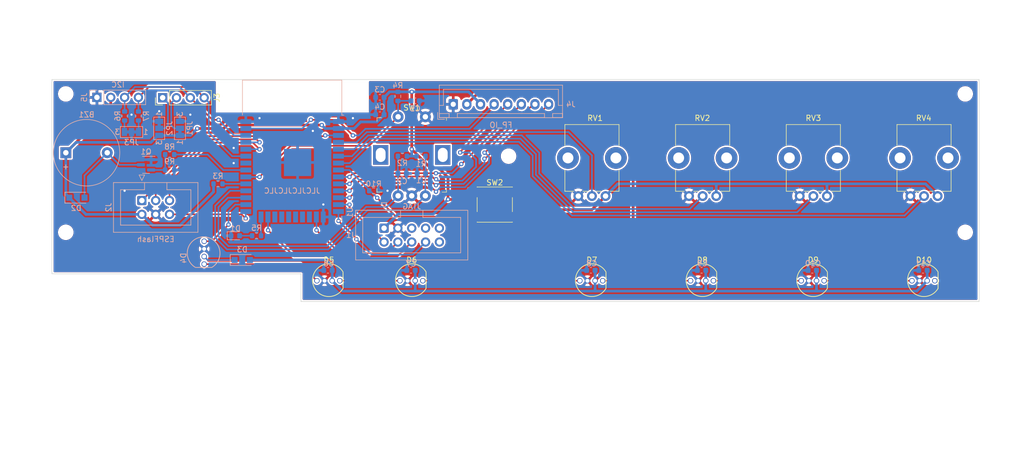
<source format=kicad_pcb>
(kicad_pcb (version 20211014) (generator pcbnew)
  (layers (0 "F.Cu" signal) (31 "B.Cu" signal) (34 "B.Paste" user) (35 "F.Paste" user) (36 "B.SilkS" user "B.Silkscreen") (37 "F.SilkS" user "F.Silkscreen") (38 "B.Mask" user) (39 "F.Mask" user) (44 "Edge.Cuts" user))
  (net 0 "")
  (net 1 "+3V3")
  (net 2 "Net-(BZ1-Pad2)")
  (net 3 "/ENC_B")
  (net 4 "GND")
  (net 5 "/ENC_A")
  (net 6 "/ENC_SW")
  (net 7 "+5V")
  (net 8 "Net-(D1-Pad2)")
  (net 9 "/MTMS")
  (net 10 "/MTCK")
  (net 12 "/MTDO")
  (net 14 "/MTDI")
  (net 17 "/EN")
  (net 18 "/TXD")
  (net 19 "/RXD")
  (net 20 "/IO0")
  (net 21 "/SCL")
  (net 22 "/SDA")
  (net 23 "/MAIN_SCL")
  (net 24 "/MAIN_SDA")
  (net 25 "/LINE_RIGHT")
  (net 26 "/LINE_LEFT")
  (net 27 "/MIC")
  (net 28 "Net-(Q1-Pad2)")
  (net 29 "/IO5")
  (net 30 "/IO2")
  (net 31 "/BUZZER")
  (net 32 "/LED_DATA")
  (net 33 "/SW1")
  (net 34 "/LVL_A")
  (net 35 "/LVL_B")
  (net 36 "/LVL_C")
  (net 37 "/LVL_D")
  (net 45 "Net-(D3-Pad1)")
  (net 46 "Net-(D5-Pad1)")
  (net 47 "Net-(D6-Pad1)")
  (net 48 "Net-(D7-Pad1)")
  (net 49 "Net-(D4-Pad1)")
  (net 50 "Net-(J3-Pad1)")
  (net 51 "Net-(J3-Pad2)")
  (net 52 "Net-(JP3-Pad1)")
  (net 53 "Net-(JP3-Pad3)")
  (net 54 "Net-(D8-Pad1)")
  (net 55 "Net-(D10-Pad4)")
  (footprint "Button_Switch_SMD:SW_Push_1P1T_NO_6x6mm_H9.5mm" (layer "F.Cu") (at 172.72 104.14)
    (fp_text reference "SW2")
    (fp_text value "DNP")
  )
  (footprint "Potentiometer_THT:Potentiometer_Bourns_PTV09A-1_Single_Vertical" (layer "F.Cu") (at 233.696861 102.57 90)
    (fp_text reference "RV3")
    (fp_text value "20K")
  )
  (footprint "SaawLib:Rotary_Encoder_Switched_PEC11R" (layer "F.Cu") (at 151.78 95.02)
    (fp_text reference "SW1")
    (fp_text value "PEC11R-4225F-S0024")
  )
  (footprint "Potentiometer_THT:Potentiometer_Bourns_PTV09A-1_Single_Vertical" (layer "F.Cu") (at 193.056861 102.57 90)
    (fp_text reference "RV1")
    (fp_text value "20K")
  )
  (footprint "MountingHole:MountingHole_2.2mm_M2" (layer "F.Cu") (at 93.98 109.22)
    (fp_text reference "H3" hide)
    (fp_text value "MountingHole")
  )
  (footprint "SaawLib:WS2812D-F5" (layer "F.Cu") (at 142.24 118.11)
    (fp_text reference "D5")
    (fp_text value "WS2812D")
  )
  (footprint "SaawLib:WS2812D-F5" (layer "F.Cu") (at 157.48 118.11)
    (fp_text reference "D6")
    (fp_text value "WS2812D")
  )
  (footprint "Potentiometer_THT:Potentiometer_Bourns_PTV09A-1_Single_Vertical" (layer "F.Cu") (at 213.376861 102.57 90)
    (fp_text reference "RV2")
    (fp_text value "20K")
  )
  (footprint "MountingHole:MountingHole_2.2mm_M2" (layer "F.Cu") (at 259.08 109.22)
    (fp_text reference "H2" hide)
    (fp_text value "MountingHole")
  )
  (footprint "SaawLib:WS2812D-F5" (layer "F.Cu") (at 190.5 118.11)
    (fp_text reference "D7")
    (fp_text value "WS2812D")
  )
  (footprint "Potentiometer_THT:Potentiometer_Bourns_PTV09A-1_Single_Vertical" (layer "F.Cu") (at 254.016861 102.57 90)
    (fp_text reference "RV4")
    (fp_text value "20K")
  )
  (footprint "SaawLib:WS2812D-F5" (layer "F.Cu") (at 210.82 118.11)
    (fp_text reference "D8")
    (fp_text value "WS2812D")
  )
  (footprint "SaawLib:OLED_I2C_1.3" (layer "F.Cu") (at 119.38 84.52 -90)
    (fp_text reference "J3")
    (fp_text value "OLED")
  )
  (footprint "MountingHole:MountingHole_2.2mm_M2" (layer "F.Cu") (at 175.26 95.25)
    (fp_text reference "H1" hide)
    (fp_text value "MountingHole")
  )
  (footprint "MountingHole:MountingHole_2.2mm_M2" (layer "F.Cu") (at 93.98 83.82)
    (fp_text reference "H4" hide)
    (fp_text value "MountingHole")
  )
  (footprint "SaawLib:WS2812D-F5" (layer "F.Cu") (at 251.46 118.11)
    (fp_text reference "D10")
    (fp_text value "WS2812D")
  )
  (footprint "MountingHole:MountingHole_2.2mm_M2" (layer "F.Cu") (at 259.08 83.82)
    (fp_text reference "H5" hide)
    (fp_text value "MountingHole")
  )
  (footprint "SaawLib:WS2812D-F5" (layer "F.Cu") (at 231.14 118.11)
    (fp_text reference "D9")
    (fp_text value "WS2812D")
  )
  (footprint "Resistor_SMD:R_0603_1608Metric" (layer "B.Cu") (at 113.05052 97.79)
    (fp_text reference "R9")
    (fp_text value "10K")
  )
  (footprint "Jumper:SolderJumper-3_P1.3mm_Bridged12_Pad1.0x1.5mm_NumberLabels" (layer "B.Cu") (at 114.935 90.14 90)
    (fp_text reference "JP1")
    (fp_text value "SolderJumper_3_Bridged12")
  )
  (footprint "SaawLib:WS2812D-F5" (layer "B.Cu") (at 119.38 113.03 -90)
    (fp_text reference "D4")
    (fp_text value "WS2812D")
  )
  (footprint "RF_Module:ESP32-WROOM-32" (layer "B.Cu") (at 135.525 97.155 180)
    (fp_text reference "U1")
    (fp_text value "ESP32-WROOM-32D")
  )
  (footprint "Resistor_SMD:R_0603_1608Metric" (layer "B.Cu") (at 113.05052 94.9475 180)
    (fp_text reference "R8")
    (fp_text value "10")
  )
  (footprint "Resistor_SMD:R_0603_1608Metric" (layer "B.Cu") (at 128.998113 109.855 180)
    (fp_text reference "R5")
    (fp_text value "10k")
  )
  (footprint "Package_TO_SOT_SMD:SOT-23" (layer "B.Cu") (at 108.704639 96.832551 180)
    (fp_text reference "Q1")
    (fp_text value "DMN2040U")
  )
  (footprint "Capacitor_SMD:C_0603_1608Metric" (layer "B.Cu") (at 142.1 116.205)
    (fp_text reference "C6")
    (fp_text value "100nF")
  )
  (footprint "Capacitor_SMD:C_0603_1608Metric" (layer "B.Cu") (at 155.715 98.425)
    (fp_text reference "C2")
    (fp_text value "10nF")
  )
  (footprint "Connector_IDC:IDC-Header_2x03_P2.54mm_Vertical" (layer "B.Cu") (at 107.945 103.3875 -90)
    (fp_text reference "J2")
    (fp_text value "ESPFlash")
  )
  (footprint "Capacitor_SMD:C_0603_1608Metric" (layer "B.Cu") (at 190.36 116.205)
    (fp_text reference "C8")
    (fp_text value "100nF")
  )
  (footprint "Resistor_SMD:R_0603_1608Metric" (layer "B.Cu") (at 121.92 100.33 180)
    (fp_text reference "R3")
    (fp_text value "10k")
  )
  (footprint "Resistor_SMD:R_0603_1608Metric" (layer "B.Cu") (at 154.94 84.265 -90)
    (fp_text reference "R4")
    (fp_text value "10K")
  )
  (footprint "Resistor_SMD:R_0603_1608Metric" (layer "B.Cu") (at 155.765 95.25 180)
    (fp_text reference "R2")
    (fp_text value "10K")
  )
  (footprint "Resistor_SMD:R_0603_1608Metric" (layer "B.Cu") (at 104.778835 87.875215 90)
    (fp_text reference "R6")
    (fp_text value "2.7K")
  )
  (footprint "Capacitor_SMD:C_0603_1608Metric" (layer "B.Cu") (at 231 116.205)
    (fp_text reference "C10")
    (fp_text value "100nF")
  )
  (footprint "Capacitor_SMD:C_0603_1608Metric" (layer "B.Cu") (at 210.68 116.205)
    (fp_text reference "C9")
    (fp_text value "100nF")
  )
  (footprint "Connector_IDC:IDC-Header_2x05_P2.54mm_Vertical" (layer "B.Cu") (at 152.4 108.4675 -90)
    (fp_text reference "J1")
    (fp_text value "JTAG")
  )
  (footprint "SaawLib:SolderJumper-3_P1.3mm_Bridged123_Pad1.0x1.5mm_NumberLabels" (layer "B.Cu") (at 106.045 90.805 180)
    (fp_text reference "JP3")
    (fp_text value "SolderJumper_3_Bridged123")
  )
  (footprint "LED_SMD:LED_0603_1608Metric" (layer "B.Cu") (at 125.095 109.855)
    (fp_text reference "D1")
    (fp_text value "LED")
  )
  (footprint "Resistor_SMD:R_0603_1608Metric" (layer "B.Cu") (at 107.318835 87.875215 90)
    (fp_text reference "R7")
    (fp_text value "2.7K")
  )
  (footprint "Jumper:SolderJumper-3_P1.3mm_Bridged12_Pad1.0x1.5mm_NumberLabels" (layer "B.Cu") (at 111.125 90.14 -90)
    (fp_text reference "JP2")
    (fp_text value "SolderJumper_3_Bridged12")
  )
  (footprint "Capacitor_SMD:C_0603_1608Metric" (layer "B.Cu") (at 159.245 98.425 180)
    (fp_text reference "C1")
    (fp_text value "10nF")
  )
  (footprint "Capacitor_SMD:C_0603_1608Metric" (layer "B.Cu") (at 151.625 84.455 180)
    (fp_text reference "C3")
    (fp_text value "10uF")
  )
  (footprint "Resistor_SMD:R_0603_1608Metric" (layer "B.Cu") (at 159.195 95.25)
    (fp_text reference "R1")
    (fp_text value "10K")
  )
  (footprint "Diode_SMD:D_SOD-123F" (layer "B.Cu") (at 96.015 102.87)
    (fp_text reference "D2")
    (fp_text value "D_Small")
  )
  (footprint "Capacitor_SMD:C_0603_1608Metric" (layer "B.Cu") (at 151.625 87.63 180)
    (fp_text reference "C4")
    (fp_text value "100nF")
  )
  (footprint "Connector_JST:JST_XH_B8B-XH-A_1x08_P2.50mm_Vertical" (layer "B.Cu") (at 165.1 85.725)
    (fp_text reference "J4")
    (fp_text value "FP_IO")
  )
  (footprint "Capacitor_SMD:C_0603_1608Metric" (layer "B.Cu") (at 251.32 116.205)
    (fp_text reference "C11")
    (fp_text value "100nF")
  )
  (footprint "Capacitor_SMD:C_0603_1608Metric" (layer "B.Cu") (at 158.115 85.09)
    (fp_text reference "C5")
    (fp_text value "10nF")
  )
  (footprint "Diode_SMD:D_SOD-123F" (layer "B.Cu") (at 126.365 114.3)
    (fp_text reference "D3")
    (fp_text value "D")
  )
  (footprint "Buzzer_Beeper:Buzzer_12x9.5RM7.6" (layer "B.Cu") (at 93.99 94.615)
    (fp_text reference "BZ1")
    (fp_text value "Buzzer")
  )
  (footprint "Connector_PinHeader_2.54mm:PinHeader_1x04_P2.54mm_Vertical" (layer "B.Cu") (at 99.695 84.455 -90)
    (fp_text reference "J5")
    (fp_text value "I2C")
  )
  (footprint "Capacitor_SMD:C_0603_1608Metric" (layer "B.Cu") (at 157.34 116.205)
    (fp_text reference "C7")
    (fp_text value "100nF")
  )
  (footprint "Resistor_SMD:R_0603_1608Metric" (layer "B.Cu") (at 150.495 101.6)
    (fp_text reference "R10")
    (fp_text value "10K")
  )
  (gr_line locked (start 261.62 81.18) (end 91.44 81.18) (layer "Edge.Cuts") (width 0.1))
  (gr_line (start 261.62 81.18) (end 261.62 121.92) (layer "Edge.Cuts") (width 0.1))
  (gr_line locked (start 137.16 121.92) (end 137.16 116.84) (layer "Edge.Cuts") (width 0.1))
  (gr_line locked (start 91.44 81.18) (end 91.44 116.84) (layer "Edge.Cuts") (width 0.1))
  (gr_line locked (start 137.16 116.84) (end 91.44 116.84) (layer "Edge.Cuts") (width 0.1))
  (gr_line locked (start 137.16 121.92) (end 261.62 121.92) (layer "Edge.Cuts") (width 0.1))
  (gr_text "JLCJLCJLCJLC" (at 135.525 101.6) (layer "B.SilkS") (effects (font (size 1 1)) (justify mirror)))
  (segment (start 102.235 86.36) (end 102.235 84.455) (width 0.5) (layer "F.Cu") (net 1))
  (segment (start 93.99 94.615) (end 93.99 94.605) (width 0.5) (layer "F.Cu") (net 1))
  (segment (start 167.440531 103.194469) (end 164.16705 103.194469) (width 0.5) (layer "F.Cu") (net 1))
  (segment (start 168.745 101.89) (end 167.440531 103.194469) (width 0.5) (layer "F.Cu") (net 1))
  (segment (start 162.396949 97.411246) (end 164.143027 99.157324) (width 0.5) (layer "F.Cu") (net 1))
  (segment (start 157.48 93.98) (end 160.911246 97.411246) (width 0.5) (layer "F.Cu") (net 1))
  (segment (start 123.590175 89.534999) (end 140.969999 89.534999) (width 0.5) (layer "F.Cu") (net 1))
  (segment (start 160.911246 97.411246) (end 162.396949 97.411246) (width 0.5) (layer "F.Cu") (net 1))
  (segment (start 157.48 93.98) (end 157.48 83.451645) (width 0.5) (layer "F.Cu") (net 1))
  (segment (start 93.99 94.605) (end 102.235 86.36) (width 0.5) (layer "F.Cu") (net 1))
  (segment (start 118.11 90.17) (end 122.955174 90.17) (width 0.5) (layer "F.Cu") (net 1))
  (segment (start 193.056861 102.57) (end 190.554612 105.072249) (width 0.5) (layer "F.Cu") (net 1))
  (segment (start 179.877249 105.072249) (end 176.695 101.89) (width 0.5) (layer "F.Cu") (net 1))
  (segment (start 122.955174 90.17) (end 123.590175 89.534999) (width 0.5) (layer "F.Cu") (net 1))
  (segment (start 176.695 101.89) (end 168.745 101.89) (width 0.5) (layer "F.Cu") (net 1))
  (segment (start 157.48 83.451645) (end 157.491645 83.44) (width 0.5) (layer "F.Cu") (net 1))
  (segment (start 190.554612 105.072249) (end 179.877249 105.072249) (width 0.5) (layer "F.Cu") (net 1))
  (segment (start 164.16705 103.194469) (end 164.143027 103.170446) (width 0.5) (layer "F.Cu") (net 1))
  (segment (start 164.143027 99.157324) (end 164.143027 103.170446) (width 0.5) (layer "F.Cu") (net 1))
  (via (at 140.969999 89.534999) (size 0.8) (drill 0.4) (layers "F.Cu" "B.Cu") (net 1))
  (via (at 118.11 90.17) (size 0.8) (drill 0.4) (layers "F.Cu" "B.Cu") (net 1))
  (via (at 157.491645 83.44) (size 0.8) (drill 0.4) (layers "F.Cu" "B.Cu") (net 1))
  (via (at 157.48 93.98) (size 0.8) (drill 0.4) (layers "F.Cu" "B.Cu") (net 1))
  (via (at 164.143027 103.170446) (size 0.8) (drill 0.4) (layers "F.Cu" "B.Cu") (net 1))
  (segment (start 167.895 83.44) (end 170.1 85.645) (width 0.5) (layer "B.Cu") (net 1))
  (segment (start 193.056861 102.57) (end 195.296861 100.33) (width 0.5) (layer "B.Cu") (net 1))
  (segment (start 94.615 102.87) (end 93.99 102.245) (width 0.5) (layer "B.Cu") (net 1))
  (segment (start 153.415 83.44) (end 152.4 84.455) (width 0.5) (layer "B.Cu") (net 1))
  (segment (start 93.99 102.245) (end 93.99 94.615) (width 0.5) (layer "B.Cu") (net 1))
  (segment (start 114.935 91.44) (end 116.84 91.44) (width 0.5) (layer "B.Cu") (net 1))
  (segment (start 213.376861 102.57) (end 213.376861 100.346861) (width 0.5) (layer "B.Cu") (net 1))
  (segment (start 251.776861 100.33) (end 254.016861 102.57) (width 0.5) (layer "B.Cu") (net 1))
  (segment (start 195.296861 100.33) (end 251.776861 100.33) (width 0.5) (layer "B.Cu") (net 1))
  (segment (start 152.4 87.666263) (end 151.107818 88.958445) (width 0.5) (layer "B.Cu") (net 1))
  (segment (start 144.025 90.17) (end 141.605 90.17) (width 0.5) (layer "B.Cu") (net 1))
  (segment (start 151.107818 88.958445) (end 148.118277 88.958445) (width 0.5) (layer "B.Cu") (net 1))
  (segment (start 157.48 93.98) (end 157.48 95.25) (width 0.5) (layer "B.Cu") (net 1))
  (segment (start 109.606627 92.71) (end 110.876627 91.44) (width 0.5) (layer "B.Cu") (net 1))
  (segment (start 233.696861 102.57) (end 233.696861 100.346861) (width 0.5) (layer "B.Cu") (net 1))
  (segment (start 109.9675 107.95) (end 107.945 105.9275) (width 0.5) (layer "B.Cu") (net 1))
  (segment (start 148.118277 88.958445) (end 146.906722 90.17) (width 0.5) (layer "B.Cu") (net 1))
  (segment (start 97.6725 105.9275) (end 107.945 105.9275) (width 0.5) (layer "B.Cu") (net 1))
  (segment (start 95.895 92.71) (end 106.045 92.71) (width 0.5) (layer "B.Cu") (net 1))
  (segment (start 157.48 95.25) (end 158.37 95.25) (width 0.5) (layer "B.Cu") (net 1))
  (segment (start 114.935 107.95) (end 109.9675 107.95) (width 0.5) (layer "B.Cu") (net 1))
  (segment (start 156.59 95.25) (end 157.48 95.25) (width 0.5) (layer "B.Cu") (net 1))
  (segment (start 154.94 83.44) (end 153.415 83.44) (width 0.5) (layer "B.Cu") (net 1))
  (segment (start 121.095 101.79) (end 114.935 107.95) (width 0.5) (layer "B.Cu") (net 1))
  (segment (start 213.376861 100.346861) (end 213.36 100.33) (width 0.3) (layer "B.Cu") (net 1))
  (segment (start 152.4 108.4675) (end 155.001062 105.866438) (width 0.5) (layer "B.Cu") (net 1))
  (segment (start 106.045 92.71) (end 109.606627 92.71) (width 0.5) (layer "B.Cu") (net 1))
  (segment (start 110.876627 91.44) (end 111.125 91.44) (width 0.5) (layer "B.Cu") (net 1))
  (segment (start 141.605 90.17) (end 140.969999 89.534999) (width 0.5) (layer "B.Cu") (net 1))
  (segment (start 116.84 91.44) (end 118.11 90.17) (width 0.5) (layer "B.Cu") (net 1))
  (segment (start 93.99 94.615) (end 95.895 92.71) (width 0.5) (layer "B.Cu") (net 1))
  (segment (start 106.045 92.71) (end 106.045 90.805) (width 0.5) (layer "B.Cu") (net 1))
  (segment (start 152.4 84.455) (end 152.4 87.666263) (width 0.5) (layer "B.Cu") (net 1))
  (segment (start 94.615 102.87) (end 97.6725 105.9275) (width 0.5) (layer "B.Cu") (net 1))
  (segment (start 114.935 91.44) (end 111.125 91.44) (width 0.5) (layer "B.Cu") (net 1))
  (segment (start 170.1 85.645) (end 170.1 85.725) (width 0.5) (layer "B.Cu") (net 1))
  (segment (start 146.906722 90.17) (end 144.025 90.17) (width 0.5) (layer "B.Cu") (net 1))
  (segment (start 161.447035 105.866438) (end 164.143027 103.170446) (width 0.5) (layer "B.Cu") (net 1))
  (segment (start 121.095 100.33) (end 121.095 101.79) (width 0.5) (layer "B.Cu") (net 1))
  (segment (start 154.94 83.44) (end 167.895 83.44) (width 0.5) (layer "B.Cu") (net 1))
  (segment (start 155.001062 105.866438) (end 161.447035 105.866438) (width 0.5) (layer "B.Cu") (net 1))
  (segment (start 101.59 94.615) (end 103.807551 96.832551) (width 0.3) (layer "B.Cu") (net 2))
  (segment (start 97.415 102.87) (end 97.415 98.79) (width 0.3) (layer "B.Cu") (net 2))
  (segment (start 97.415 98.79) (end 101.59 94.615) (width 0.3) (layer "B.Cu") (net 2))
  (segment (start 103.807551 96.832551) (end 107.767139 96.832551) (width 0.3) (layer "B.Cu") (net 2))
  (segment (start 123.576675 112.359511) (end 142.172681 112.35951) (width 0.3) (layer "B.Cu") (net 3))
  (segment (start 157.333073 105.166927) (end 159.98 102.52) (width 0.3) (layer "B.Cu") (net 3))
  (segment (start 159.98 98.465) (end 160.02 98.425) (width 0.3) (layer "B.Cu") (net 3))
  (segment (start 121.40771 110.190546) (end 123.576675 112.359511) (width 0.3) (layer "B.Cu") (net 3))
  (segment (start 159.98 102.52) (end 159.98 98.465) (width 0.3) (layer "B.Cu") (net 3))
  (segment (start 149.365264 105.166927) (end 157.333073 105.166927) (width 0.3) (layer "B.Cu") (net 3))
  (segment (start 142.172681 112.35951) (end 149.365264 105.166927) (width 0.3) (layer "B.Cu") (net 3))
  (segment (start 160.02 95.25) (end 160.02 98.425) (width 0.3) (layer "B.Cu") (net 3))
  (segment (start 124.163927 101.6) (end 121.407709 104.356218) (width 0.3) (layer "B.Cu") (net 3))
  (segment (start 121.407709 104.356218) (end 121.40771 110.190546) (width 0.3) (layer "B.Cu") (net 3))
  (segment (start 127.025 101.6) (end 124.163927 101.6) (width 0.3) (layer "B.Cu") (net 3))
  (via (at 129.54 88.265) (size 0.8) (drill 0.4) (layers "F.Cu" "B.Cu") (net 4))
  (via (at 153.035 101.6) (size 0.8) (drill 0.4) (layers "F.Cu" "B.Cu") (net 4))
  (via (at 124.797471 93.740527) (size 0.8) (drill 0.4) (layers "F.Cu" "B.Cu") (net 4))
  (via (at 141.254217 104.113831) (size 0.8) (drill 0.4) (layers "F.Cu" "B.Cu") (net 4))
  (via (at 104.775 101.6) (size 0.8) (drill 0.4) (layers "F.Cu" "B.Cu") (net 4))
  (via (at 111.125 86.995) (size 0.8) (drill 0.4) (layers "F.Cu" "B.Cu") (net 4))
  (via (at 106.045 87.63) (size 0.8) (drill 0.4) (layers "F.Cu" "B.Cu") (net 4))
  (via (at 146.685 88.265) (size 0.8) (drill 0.4) (layers "F.Cu" "B.Cu") (net 4))
  (via (at 124.797471 96.52) (size 0.8) (drill 0.4) (layers "F.Cu" "B.Cu") (net 4))
  (via (at 139.326346 90.612815) (size 0.8) (drill 0.4) (layers "F.Cu" "B.Cu") (net 4))
  (via (at 116.84 87.63) (size 0.8) (drill 0.4) (layers "F.Cu" "B.Cu") (net 4))
  (segment (start 154.98 102.52) (end 152.93549 104.56451) (width 0.3) (layer "B.Cu") (net 5))
  (segment (start 149.119845 104.56451) (end 141.924355 111.76) (width 0.3) (layer "B.Cu") (net 5))
  (segment (start 154.98 102.52) (end 154.98 98.465) (width 0.3) (layer "B.Cu") (net 5))
  (segment (start 141.924355 111.76) (end 123.825 111.76) (width 0.3) (layer "B.Cu") (net 5))
  (segment (start 123.825 111.76) (end 122.00722 109.94222) (width 0.3) (layer "B.Cu") (net 5))
  (segment (start 122.00722 109.94222) (end 122.00722 104.604543) (width 0.3) (layer "B.Cu") (net 5))
  (segment (start 154.98 98.465) (end 154.94 98.425) (width 0.3) (layer "B.Cu") (net 5))
  (segment (start 123.741763 102.87) (end 127.025 102.87) (width 0.3) (layer "B.Cu") (net 5))
  (segment (start 122.00722 104.604543) (end 123.741763 102.87) (width 0.3) (layer "B.Cu") (net 5))
  (segment (start 154.94 95.25) (end 154.94 98.425) (width 0.3) (layer "B.Cu") (net 5))
  (segment (start 152.93549 104.56451) (end 149.119845 104.56451) (width 0.3) (layer "B.Cu") (net 5))
  (segment (start 135.255 93.345) (end 129.54 99.06) (width 0.3) (layer "F.Cu") (net 6))
  (segment (start 149.655 93.345) (end 135.255 93.345) (width 0.3) (layer "F.Cu") (net 6))
  (segment (start 154.98 88.02) (end 149.655 93.345) (width 0.3) (layer "F.Cu") (net 6))
  (via (at 129.54 99.06) (size 0.8) (drill 0.4) (layers "F.Cu" "B.Cu") (net 6))
  (segment (start 129.54 99.06) (end 127.025 99.06) (width 0.3) (layer "B.Cu") (net 6))
  (segment (start 154.98 85.09) (end 154.98 88.02) (width 0.3) (layer "B.Cu") (net 6))
  (segment (start 157.34 85.09) (end 154.94 85.09) (width 0.3) (layer "B.Cu") (net 6))
  (segment (start 167.6 85.725) (end 170.775 82.55) (width 0.5) (layer "F.Cu") (net 7))
  (segment (start 170.775 82.55) (end 190.5 82.55) (width 0.5) (layer "F.Cu") (net 7))
  (segment (start 198.12 90.17) (end 190.5 82.55) (width 0.5) (layer "F.Cu") (net 7))
  (segment (start 191.135 118.11) (end 198.12 111.125) (width 0.5) (layer "F.Cu") (net 7))
  (segment (start 198.12 111.125) (end 198.12 90.17) (width 0.5) (layer "F.Cu") (net 7))
  (segment (start 141.748535 114.3) (end 142.875 115.426465) (width 0.5) (layer "B.Cu") (net 7))
  (segment (start 142.875 118.11) (end 144.78 120.015) (width 0.5) (layer "B.Cu") (net 7))
  (segment (start 158.115 118.11) (end 158.115 116.205) (width 0.5) (layer "B.Cu") (net 7))
  (segment (start 211.455 118.11) (end 211.455 120.015) (width 0.5) (layer "B.Cu") (net 7))
  (segment (start 158.115 120.015) (end 191.135 120.015) (width 0.5) (layer "B.Cu") (net 7))
  (segment (start 231.775 120.015) (end 250.19 120.015) (width 0.5) (layer "B.Cu") (net 7))
  (segment (start 191.135 120.015) (end 211.455 120.015) (width 0.5) (layer "B.Cu") (net 7))
  (segment (start 142.875 118.11) (end 142.875 116.205) (width 0.5) (layer "B.Cu") (net 7))
  (segment (start 191.135 118.11) (end 191.135 116.205) (width 0.5) (layer "B.Cu") (net 7))
  (segment (start 191.135 118.11) (end 191.135 120.015) (width 0.5) (layer "B.Cu") (net 7))
  (segment (start 158.115 118.11) (end 158.115 120.015) (width 0.5) (layer "B.Cu") (net 7))
  (segment (start 144.78 120.015) (end 158.115 120.015) (width 0.5) (layer "B.Cu") (net 7))
  (segment (start 211.455 118.11) (end 211.455 116.205) (width 0.5) (layer "B.Cu") (net 7))
  (segment (start 252.095 118.11) (end 252.095 116.205) (width 0.5) (layer "B.Cu") (net 7))
  (segment (start 142.875 115.426465) (end 142.875 116.205) (width 0.5) (layer "B.Cu") (net 7))
  (segment (start 211.455 120.015) (end 231.775 120.015) (width 0.5) (layer "B.Cu") (net 7))
  (segment (start 250.19 120.015) (end 252.095 118.11) (width 0.5) (layer "B.Cu") (net 7))
  (segment (start 231.775 118.11) (end 231.775 116.205) (width 0.5) (layer "B.Cu") (net 7))
  (segment (start 127.765 114.3) (end 141.748535 114.3) (width 0.5) (layer "B.Cu") (net 7))
  (segment (start 231.775 118.11) (end 231.775 120.015) (width 0.5) (layer "B.Cu") (net 7))
  (segment (start 125.8825 109.855) (end 128.173113 109.855) (width 0.3) (layer "B.Cu") (net 8))
  (segment (start 152.4 111.0075) (end 146.05 104.6575) (width 0.3) (layer "F.Cu") (net 9))
  (segment (start 146.05 104.6575) (end 146.05 104.14) (width 0.3) (layer "F.Cu") (net 9))
  (via (at 146.05 104.14) (size 0.8) (drill 0.4) (layers "F.Cu" "B.Cu") (net 9))
  (segment (start 144.025 104.14) (end 146.05 104.14) (width 0.3) (layer "B.Cu") (net 9))
  (segment (start 154.94 111.0075) (end 152.916615 113.030885) (width 0.3) (layer "F.Cu") (net 10))
  (segment (start 144.194658 113.030885) (end 140.004966 108.841193) (width 0.3) (layer "F.Cu") (net 10))
  (segment (start 152.916615 113.030885) (end 144.194658 113.030885) (width 0.3) (layer "F.Cu") (net 10))
  (via (at 140.004966 108.841193) (size 0.8) (drill 0.4) (layers "F.Cu" "B.Cu") (net 10))
  (segment (start 140.004966 106.444966) (end 139.97 106.41) (width 0.3) (layer "B.Cu") (net 10))
  (segment (start 140.004966 108.841193) (end 140.004966 106.444966) (width 0.3) (layer "B.Cu") (net 10))
  (segment (start 154.857105 113.630395) (end 135.903164 113.630395) (width 0.3) (layer "F.Cu") (net 12))
  (segment (start 135.903164 113.630395) (end 131.103338 108.830569) (width 0.3) (layer "F.Cu") (net 12))
  (segment (start 157.48 111.0075) (end 154.857105 113.630395) (width 0.3) (layer "F.Cu") (net 12))
  (via (at 131.103338 108.830569) (size 0.8) (drill 0.4) (layers "F.Cu" "B.Cu") (net 12))
  (segment (start 131.103338 108.830569) (end 131.103338 106.433338) (width 0.3) (layer "B.Cu") (net 12))
  (segment (start 131.103338 106.433338) (end 131.08 106.41) (width 0.3) (layer "B.Cu") (net 12))
  (segment (start 147.32 110.41398) (end 147.32 110.49) (width 0.3) (layer "F.Cu") (net 14))
  (segment (start 144.045683 107.139663) (end 147.32 110.41398) (width 0.3) (layer "F.Cu") (net 14))
  (via (at 147.32 110.49) (size 0.8) (drill 0.4) (layers "F.Cu" "B.Cu") (net 14))
  (via (at 144.045683 107.139663) (size 0.8) (drill 0.4) (layers "F.Cu" "B.Cu") (net 14))
  (segment (start 160.02 111.0075) (end 157.69492 113.33258) (width 0.3) (layer "B.Cu") (net 14))
  (segment (start 157.69492 113.33258) (end 150.16258 113.33258) (width 0.3) (layer "B.Cu") (net 14))
  (segment (start 144.025 105.41) (end 144.025 107.11898) (width 0.3) (layer "B.Cu") (net 14))
  (segment (start 144.025 107.11898) (end 144.045683 107.139663) (width 0.3) (layer "B.Cu") (net 14))
  (segment (start 150.16258 113.33258) (end 147.32 110.49) (width 0.3) (layer "B.Cu") (net 14))
  (segment (start 119.758761 91.573739) (end 141.471261 91.573739) (width 0.3) (layer "F.Cu") (net 17))
  (segment (start 107.945 103.3875) (end 119.758761 91.573739) (width 0.3) (layer "F.Cu") (net 17))
  (segment (start 141.471261 91.573739) (end 141.605 91.44) (width 0.3) (layer "F.Cu") (net 17))
  (via (at 141.605 91.44) (size 0.8) (drill 0.4) (layers "F.Cu" "B.Cu") (net 17))
  (segment (start 141.605 91.44) (end 144.025 91.44) (width 0.3) (layer "B.Cu") (net 17))
  (segment (start 120.018648 92.174316) (end 129.004316 92.174316) (width 0.3) (layer "F.Cu") (net 18))
  (segment (start 110.485 101.707964) (end 120.018648 92.174316) (width 0.3) (layer "F.Cu") (net 18))
  (segment (start 129.004316 92.174316) (end 129.54 92.71) (width 0.3) (layer "F.Cu") (net 18))
  (segment (start 110.485 103.3875) (end 110.485 101.707964) (width 0.3) (layer "F.Cu") (net 18))
  (via (at 129.54 92.71) (size 0.8) (drill 0.4) (layers "F.Cu" "B.Cu") (net 18))
  (segment (start 127.025 92.71) (end 129.54 92.71) (width 0.3) (layer "B.Cu") (net 18))
  (segment (start 120.265907 92.774893) (end 128.334893 92.774893) (width 0.3) (layer "F.Cu") (net 19))
  (segment (start 113.025 103.3875) (end 113.025 100.0158) (width 0.3) (layer "F.Cu") (net 19))
  (segment (start 128.334893 92.774893) (end 129.54 93.98) (width 0.3) (layer "F.Cu") (net 19))
  (segment (start 113.025 100.0158) (end 120.265907 92.774893) (width 0.3) (layer "F.Cu") (net 19))
  (via (at 129.54 93.98) (size 0.8) (drill 0.4) (layers "F.Cu" "B.Cu") (net 19))
  (segment (start 127.025 93.98) (end 129.54 93.98) (width 0.3) (layer "B.Cu") (net 19))
  (segment (start 113.025 105.9275) (end 126.2475 105.9275) (width 0.3) (layer "F.Cu") (net 20))
  (segment (start 126.2475 105.9275) (end 127 106.68) (width 0.3) (layer "F.Cu") (net 20))
  (via (at 127 106.68) (size 0.8) (drill 0.4) (layers "F.Cu" "B.Cu") (net 20))
  (segment (start 127 105.435) (end 127.025 105.41) (width 0.3) (layer "B.Cu") (net 20))
  (segment (start 127 106.68) (end 127 105.435) (width 0.3) (layer "B.Cu") (net 20))
  (segment (start 116.84 84.52) (end 120.899838 88.579838) (width 0.3) (layer "F.Cu") (net 21))
  (segment (start 120.899838 88.579838) (end 122.008626 88.579838) (width 0.3) (layer "F.Cu") (net 21))
  (via (at 122.008626 88.579838) (size 0.8) (drill 0.4) (layers "F.Cu" "B.Cu") (net 21))
  (segment (start 127.025 91.44) (end 124.868788 91.44) (width 0.3) (layer "B.Cu") (net 21))
  (segment (start 104.778835 84.458835) (end 104.775 84.455) (width 0.3) (layer "B.Cu") (net 21))
  (segment (start 104.778835 87.050215) (end 104.778835 84.458835) (width 0.3) (layer "B.Cu") (net 21))
  (segment (start 114.87 82.55) (end 106.68 82.55) (width 0.3) (layer "B.Cu") (net 21))
  (segment (start 106.68 82.55) (end 104.775 84.455) (width 0.3) (layer "B.Cu") (net 21))
  (segment (start 124.868788 91.44) (end 122.008626 88.579838) (width 0.3) (layer "B.Cu") (net 21))
  (segment (start 116.84 84.52) (end 114.87 82.55) (width 0.3) (layer "B.Cu") (net 21))
  (segment (start 117.41 82.55) (end 119.38 84.52) (width 0.3) (layer "F.Cu") (net 22))
  (segment (start 109.22 82.55) (end 117.41 82.55) (width 0.3) (layer "F.Cu") (net 22))
  (segment (start 107.315 84.455) (end 109.22 82.55) (width 0.3) (layer "F.Cu") (net 22))
  (segment (start 119.38 84.52) (end 120.221911 85.361911) (width 0.3) (layer "B.Cu") (net 22))
  (segment (start 107.318835 84.458835) (end 107.315 84.455) (width 0.3) (layer "B.Cu") (net 22))
  (segment (start 124.526541 95.25) (end 127.025 95.25) (width 0.3) (layer "B.Cu") (net 22))
  (segment (start 120.221911 90.94537) (end 124.526541 95.25) (width 0.3) (layer "B.Cu") (net 22))
  (segment (start 120.221911 85.361911) (end 120.221911 90.94537) (width 0.3) (layer "B.Cu") (net 22))
  (segment (start 107.318835 87.050215) (end 107.318835 84.458835) (width 0.3) (layer "B.Cu") (net 22))
  (segment (start 146.685 91.44) (end 143.824692 88.579692) (width 0.3) (layer "F.Cu") (net 23))
  (segment (start 143.824692 88.579692) (end 138.968974 88.579692) (width 0.3) (layer "F.Cu") (net 23))
  (via (at 138.968974 88.579692) (size 0.8) (drill 0.4) (layers "F.Cu" "B.Cu") (net 23))
  (via (at 146.685 91.44) (size 0.8) (drill 0.4) (layers "F.Cu" "B.Cu") (net 23))
  (segment (start 148.974787 90.226542) (end 147.761329 91.44) (width 0.3) (layer "B.Cu") (net 23))
  (segment (start 172.6 85.725) (end 168.098458 90.226542) (width 0.3) (layer "B.Cu") (net 23))
  (segment (start 127.025 90.17) (end 137.378666 90.17) (width 0.3) (layer "B.Cu") (net 23))
  (segment (start 168.098458 90.226542) (end 148.974787 90.226542) (width 0.3) (layer "B.Cu") (net 23))
  (segment (start 137.378666 90.17) (end 138.968974 88.579692) (width 0.3) (layer "B.Cu") (net 23))
  (segment (start 147.761329 91.44) (end 146.685 91.44) (width 0.3) (layer "B.Cu") (net 23))
  (segment (start 175.1 85.725) (end 166.37 94.455) (width 0.3) (layer "F.Cu") (net 24))
  (segment (start 146.05 100.33) (end 147.39711 98.98289) (width 0.3) (layer "F.Cu") (net 24))
  (segment (start 161.211836 98.98289) (end 161.69956 99.470614) (width 0.3) (layer "F.Cu") (net 24))
  (segment (start 166.37 94.455) (end 166.37 94.569397) (width 0.3) (layer "F.Cu") (net 24))
  (segment (start 161.69956 99.470614) (end 161.951504 99.470614) (width 0.3) (layer "F.Cu") (net 24))
  (segment (start 147.39711 98.98289) (end 161.211836 98.98289) (width 0.3) (layer "F.Cu") (net 24))
  (via (at 146.05 100.33) (size 0.8) (drill 0.4) (layers "F.Cu" "B.Cu") (net 24))
  (via (at 161.951504 99.470614) (size 0.8) (drill 0.4) (layers "F.Cu" "B.Cu") (net 24))
  (via (at 166.37 94.569397) (size 0.8) (drill 0.4) (layers "F.Cu" "B.Cu") (net 24))
  (segment (start 166.760816 99.749494) (end 162.230384 99.749494) (width 0.3) (layer "B.Cu") (net 24))
  (segment (start 162.230384 99.749494) (end 161.951504 99.470614) (width 0.3) (layer "B.Cu") (net 24))
  (segment (start 169.29027 95.826512) (end 169.29027 97.22004) (width 0.3) (layer "B.Cu") (net 24))
  (segment (start 144.025 100.33) (end 146.05 100.33) (width 0.3) (layer "B.Cu") (net 24))
  (segment (start 169.29027 97.22004) (end 166.760816 99.749494) (width 0.3) (layer "B.Cu") (net 24))
  (segment (start 166.37 94.569397) (end 168.033155 94.569397) (width 0.3) (layer "B.Cu") (net 24))
  (segment (start 168.033155 94.569397) (end 169.29027 95.826512) (width 0.3) (layer "B.Cu") (net 24))
  (segment (start 146.726621 98.383379) (end 161.911753 98.383379) (width 0.3) (layer "F.Cu") (net 25))
  (segment (start 177.6 85.725) (end 166.64157 96.68343) (width 0.3) (layer "F.Cu") (net 25))
  (segment (start 166.64157 96.68343) (end 166.575754 96.68343) (width 0.3) (layer "F.Cu") (net 25))
  (segment (start 146.05 99.06) (end 146.726621 98.383379) (width 0.3) (layer "F.Cu") (net 25))
  (via (at 166.575754 96.68343) (size 0.8) (drill 0.4) (layers "F.Cu" "B.Cu") (net 25))
  (via (at 146.05 99.06) (size 0.8) (drill 0.4) (layers "F.Cu" "B.Cu") (net 25))
  (via (at 161.923669 98.371463) (size 0.8) (drill 0.4) (layers "F.Cu" "B.Cu") (net 25))
  (segment (start 164.887721 98.371463) (end 161.923669 98.371463) (width 0.3) (layer "B.Cu") (net 25))
  (segment (start 144.025 99.06) (end 146.05 99.06) (width 0.3) (layer "B.Cu") (net 25))
  (segment (start 166.575754 96.68343) (end 164.887721 98.371463) (width 0.3) (layer "B.Cu") (net 25))
  (segment (start 160.346756 100.18191) (end 161.936231 101.771385) (width 0.3) (layer "F.Cu") (net 26))
  (segment (start 180.1 85.725) (end 179.796307 85.725) (width 0.3) (layer "F.Cu") (net 26))
  (segment (start 148.73809 100.18191) (end 160.346756 100.18191) (width 0.3) (layer "F.Cu") (net 26))
  (segment (start 179.796307 85.725) (end 170.827063 94.694244) (width 0.3) (layer "F.Cu") (net 26))
  (segment (start 146.05 102.87) (end 148.73809 100.18191) (width 0.3) (layer "F.Cu") (net 26))
  (via (at 161.936231 101.771385) (size 0.8) (drill 0.4) (layers "F.Cu" "B.Cu") (net 26))
  (via (at 170.84703 94.610216) (size 0.8) (drill 0.4) (layers "F.Cu" "B.Cu") (net 26))
  (via (at 146.05 102.87) (size 0.8) (drill 0.4) (layers "F.Cu" "B.Cu") (net 26))
  (segment (start 162.7591 100.948516) (end 161.936231 101.771385) (width 0.3) (layer "B.Cu") (net 26))
  (segment (start 171.680516 95.363402) (end 171.680516 96.525466) (width 0.3) (layer "B.Cu") (net 26))
  (segment (start 171.680516 96.525466) (end 167.257467 100.948515) (width 0.3) (layer "B.Cu") (net 26))
  (segment (start 171.011358 94.694244) (end 171.680516 95.363402) (width 0.3) (layer "B.Cu") (net 26))
  (segment (start 170.815 94.694244) (end 171.011358 94.694244) (width 0.3) (layer "B.Cu") (net 26))
  (segment (start 167.257467 100.948515) (end 162.7591 100.948516) (width 0.3) (layer "B.Cu") (net 26))
  (segment (start 144.025 102.87) (end 146.05 102.87) (width 0.3) (layer "B.Cu") (net 26))
  (segment (start 170.956508 95.715278) (end 170.831015 95.715278) (width 0.3) (layer "F.Cu") (net 27))
  (segment (start 181.009798 87.315202) (end 179.356584 87.315202) (width 0.3) (layer "F.Cu") (net 27))
  (segment (start 160.80826 99.5824) (end 161.79587 100.57001) (width 0.3) (layer "F.Cu") (net 27))
  (segment (start 146.05 101.6) (end 148.0676 99.5824) (width 0.3) (layer "F.Cu") (net 27))
  (segment (start 161.79587 100.57001) (end 161.936231 100.57001) (width 0.3) (layer "F.Cu") (net 27))
  (segment (start 179.356584 87.315202) (end 170.956508 95.715278) (width 0.3) (layer "F.Cu") (net 27))
  (segment (start 182.6 85.725) (end 181.009798 87.315202) (width 0.3) (layer "F.Cu") (net 27))
  (segment (start 148.0676 99.5824) (end 160.80826 99.5824) (width 0.3) (layer "F.Cu") (net 27))
  (via (at 170.831015 95.715278) (size 0.8) (drill 0.4) (layers "F.Cu" "B.Cu") (net 27))
  (via (at 161.936231 100.57001) (size 0.8) (drill 0.4) (layers "F.Cu" "B.Cu") (net 27))
  (via (at 146.05 101.6) (size 0.8) (drill 0.4) (layers "F.Cu" "B.Cu") (net 27))
  (segment (start 166.51249 100.349004) (end 162.327979 100.349005) (width 0.3) (layer "B.Cu") (net 27))
  (segment (start 170.831015 95.715278) (end 170.831015 96.527131) (width 0.3) (layer "B.Cu") (net 27))
  (segment (start 170.831015 96.527131) (end 167.009141 100.349005) (width 0.3) (layer "B.Cu") (net 27))
  (segment (start 167.009141 100.349005) (end 166.51249 100.349004) (width 0.3) (layer "B.Cu") (net 27))
  (segment (start 144.025 101.6) (end 146.05 101.6) (width 0.3) (layer "B.Cu") (net 27))
  (segment (start 162.327979 100.349005) (end 162.106974 100.57001) (width 0.3) (layer "B.Cu") (net 27))
  (segment (start 162.106974 100.57001) (end 161.936231 100.57001) (width 0.3) (layer "B.Cu") (net 27))
  (segment (start 109.642139 97.782551) (end 112.218071 97.782551) (width 0.3) (layer "B.Cu") (net 28))
  (segment (start 112.22552 97.79) (end 112.22552 94.9475) (width 0.3) (layer "B.Cu") (net 28))
  (segment (start 112.218071 97.782551) (end 112.22552 97.79) (width 0.3) (layer "B.Cu") (net 28))
  (segment (start 127.025 100.33) (end 122.745 100.33) (width 0.3) (layer "B.Cu") (net 29))
  (segment (start 129.81 109.841887) (end 129.823113 109.855) (width 0.3) (layer "B.Cu") (net 30))
  (segment (start 129.81 106.41) (end 129.81 109.841887) (width 0.3) (layer "B.Cu") (net 30))
  (segment (start 120.03 94.9475) (end 113.87552 94.9475) (width 0.3) (layer "B.Cu") (net 31))
  (segment (start 127.025 97.79) (end 122.8725 97.79) (width 0.3) (layer "B.Cu") (net 31))
  (segment (start 122.8725 97.79) (end 120.03 94.9475) (width 0.3) (layer "B.Cu") (net 31))
  (segment (start 120.793396 110.865) (end 123.842641 107.815755) (width 0.3) (layer "F.Cu") (net 32))
  (segment (start 119.38 110.865) (end 120.793396 110.865) (width 0.3) (layer "F.Cu") (net 32))
  (via (at 123.842641 107.815755) (size 0.8) (drill 0.4) (layers "F.Cu" "B.Cu") (net 32))
  (segment (start 123.842641 105.392359) (end 123.842641 107.815755) (width 0.3) (layer "B.Cu") (net 32))
  (segment (start 127.025 104.14) (end 125.095 104.14) (width 0.3) (layer "B.Cu") (net 32))
  (segment (start 125.095 104.14) (end 123.842641 105.392359) (width 0.3) (layer "B.Cu") (net 32))
  (segment (start 168.745 106.39) (end 168.695958 106.340958) (width 0.3) (layer "F.Cu") (net 33))
  (segment (start 168.695958 106.340958) (end 154.571885 106.340958) (width 0.3) (layer "F.Cu") (net 33))
  (segment (start 176.695 106.39) (end 168.745 106.39) (width 0.3) (layer "F.Cu") (net 33))
  (segment (start 154.571885 106.340958) (end 151.13 102.899073) (width 0.3) (layer "F.Cu") (net 33))
  (via (at 151.13 102.899073) (size 0.8) (drill 0.4) (layers "F.Cu" "B.Cu") (net 33))
  (segment (start 146.020927 97.79) (end 151.13 102.899073) (width 0.3) (layer "B.Cu") (net 33))
  (segment (start 144.025 97.79) (end 146.020927 97.79) (width 0.3) (layer "B.Cu") (net 33))
  (segment (start 190.556861 95.100288) (end 190.556861 102.57) (width 0.3) (layer "B.Cu") (net 34))
  (segment (start 186.282626 90.826053) (end 190.556861 95.100288) (width 0.3) (layer "B.Cu") (net 34))
  (segment (start 149.223113 90.826052) (end 186.282626 90.826053) (width 0.3) (layer "B.Cu") (net 34))
  (segment (start 147.339165 92.71) (end 149.223113 90.826052) (width 0.3) (layer "B.Cu") (net 34))
  (segment (start 144.025 92.71) (end 147.339165 92.71) (width 0.3) (layer "B.Cu") (net 34))
  (segment (start 146.917 93.98) (end 144.025 93.98) (width 0.3) (layer "B.Cu") (net 35))
  (segment (start 208.505535 104.941326) (end 187.404168 104.941326) (width 0.3) (layer "B.Cu") (net 35))
  (segment (start 180.878543 94.632063) (end 177.672043 91.425563) (width 0.3) (layer "B.Cu") (net 35))
  (segment (start 210.876861 102.57) (end 208.505535 104.941326) (width 0.3) (layer "B.Cu") (net 35))
  (segment (start 180.878544 98.415702) (end 180.878543 94.632063) (width 0.3) (layer "B.Cu") (net 35))
  (segment (start 149.471438 91.425563) (end 146.917 93.98) (width 0.3) (layer "B.Cu") (net 35))
  (segment (start 187.404168 104.941326) (end 180.878544 98.415702) (width 0.3) (layer "B.Cu") (net 35))
  (segment (start 177.672043 91.425563) (end 149.471438 91.425563) (width 0.3) (layer "B.Cu") (net 35))
  (segment (start 149.719764 92.025073) (end 150.216415 92.025074) (width 0.3) (layer "B.Cu") (net 36))
  (segment (start 180.279033 98.664027) (end 187.155842 105.540836) (width 0.3) (layer "B.Cu") (net 36))
  (segment (start 228.226025 105.540836) (end 231.196861 102.57) (width 0.3) (layer "B.Cu") (net 36))
  (segment (start 150.216415 92.025074) (end 177.423718 92.025074) (width 0.3) (layer "B.Cu") (net 36))
  (segment (start 144.025 95.25) (end 146.494837 95.25) (width 0.3) (layer "B.Cu") (net 36))
  (segment (start 177.423718 92.025074) (end 180.279033 94.880389) (width 0.3) (layer "B.Cu") (net 36))
  (segment (start 187.155842 105.540836) (end 228.226025 105.540836) (width 0.3) (layer "B.Cu") (net 36))
  (segment (start 146.494837 95.25) (end 149.719764 92.025073) (width 0.3) (layer "B.Cu") (net 36))
  (segment (start 180.279033 94.880389) (end 180.279033 98.664027) (width 0.3) (layer "B.Cu") (net 36))
  (segment (start 179.679522 98.912352) (end 186.907517 106.140347) (width 0.3) (layer "B.Cu") (net 37))
  (segment (start 186.907517 106.140347) (end 247.946514 106.140347) (width 0.3) (layer "B.Cu") (net 37))
  (segment (start 177.175392 92.624584) (end 179.679522 95.128714) (width 0.3) (layer "B.Cu") (net 37))
  (segment (start 179.679522 95.128714) (end 179.679522 98.912352) (width 0.3) (layer "B.Cu") (net 37))
  (segment (start 146.072673 96.52) (end 149.968089 92.624584) (width 0.3) (layer "B.Cu") (net 37))
  (segment (start 144.025 96.52) (end 146.072673 96.52) (width 0.3) (layer "B.Cu") (net 37))
  (segment (start 149.968089 92.624584) (end 177.175392 92.624584) (width 0.3) (layer "B.Cu") (net 37))
  (segment (start 247.946514 106.140347) (end 251.516861 102.57) (width 0.3) (layer "B.Cu") (net 37))
  (segment (start 124.965 114.3) (end 120.015 114.3) (width 0.3) (layer "B.Cu") (net 45))
  (segment (start 120.015 114.3) (end 119.38 113.665) (width 0.3) (layer "B.Cu") (net 45))
  (segment (start 155.315 118.11) (end 144.275 118.11) (width 0.3) (layer "F.Cu") (net 46))
  (segment (start 188.335 118.11) (end 159.515 118.11) (width 0.3) (layer "F.Cu") (net 47))
  (segment (start 208.655 118.11) (end 192.535 118.11) (width 0.3) (layer "F.Cu") (net 48))
  (segment (start 119.390925 115.075925) (end 137.040925 115.075925) (width 0.3) (layer "F.Cu") (net 49))
  (segment (start 119.38 115.065) (end 119.390925 115.075925) (width 0.3) (layer "F.Cu") (net 49))
  (segment (start 137.040925 115.075925) (end 140.075 118.11) (width 0.3) (layer "F.Cu") (net 49))
  (segment (start 111.125 90.14) (end 112.175 90.14) (width 0.3) (layer "B.Cu") (net 50))
  (segment (start 112.175 90.14) (end 112.728018 89.586982) (width 0.3) (layer "B.Cu") (net 50))
  (segment (start 112.728018 89.586982) (end 112.728017 85.488017) (width 0.3) (layer "B.Cu") (net 50))
  (segment (start 112.728017 85.488017) (end 111.76 84.52) (width 0.3) (layer "B.Cu") (net 50))
  (segment (start 113.327528 89.582528) (end 113.327528 85.492472) (width 0.3) (layer "B.Cu") (net 51))
  (segment (start 113.885 90.14) (end 113.327528 89.582528) (width 0.3) (layer "B.Cu") (net 51))
  (segment (start 113.327528 85.492472) (end 114.3 84.52) (width 0.3) (layer "B.Cu") (net 51))
  (segment (start 114.935 90.14) (end 113.885 90.14) (width 0.3) (layer "B.Cu") (net 51))
  (segment (start 107.345 88.72638) (end 107.318835 88.700215) (width 0.3) (layer "B.Cu") (net 52))
  (segment (start 107.345 90.805) (end 107.345 88.72638) (width 0.3) (layer "B.Cu") (net 52))
  (segment (start 104.745 88.73405) (end 104.778835 88.700215) (width 0.3) (layer "B.Cu") (net 53))
  (segment (start 104.745 90.805) (end 104.745 88.73405) (width 0.3) (layer "B.Cu") (net 53))
  (segment (start 228.975 118.11) (end 212.855 118.11) (width 0.3) (layer "F.Cu") (net 54))
  (segment (start 249.295 118.11) (end 233.175 118.11) (width 0.3) (layer "F.Cu") (net 55))
  (zone (net 4) (net_name "GND") (layers F&B.Cu) (connect_pads (clearance 0.3)) (min_thickness 0.3) (fill yes (thermal_gap 0.5) (thermal_bridge_width 0.5))
    (polygon (pts (xy 269.228891 126.622117) (xy 81.904771 125.920285) (xy 81.915903 73.025) (xy 269.875023 73.091832)))
  )
  (zone (net 0) (net_name "") (layers F&B.Cu) (connect_pads (clearance 0)) (min_thickness 0.254)
    (keepout (tracks not_allowed) (vias not_allowed) (pads not_allowed) (copperpour not_allowed) (footprints allowed))
    (fill (thermal_gap 0.508) (thermal_bridge_width 0.508))
    (polygon (pts (xy 149.622578 87.239711) (xy 121.500264 87.239711) (xy 121.500263 76.200001) (xy 149.622577 76.200001)))
  )
)
</source>
